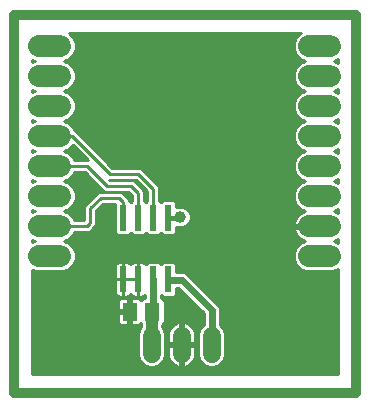
<source format=gbl>
G75*
%MOIN*%
%OFA0B0*%
%FSLAX25Y25*%
%IPPOS*%
%LPD*%
%AMOC8*
5,1,8,0,0,1.08239X$1,22.5*
%
%ADD10C,0.03200*%
%ADD11C,0.07200*%
%ADD12R,0.02362X0.08661*%
%ADD13C,0.06000*%
%ADD14R,0.05118X0.05906*%
%ADD15C,0.01000*%
%ADD16C,0.02400*%
%ADD17C,0.04000*%
%ADD18C,0.03962*%
%ADD19C,0.01600*%
D10*
X0002600Y0002600D02*
X0116773Y0002600D01*
X0116773Y0128584D01*
X0002600Y0128584D01*
X0002600Y0002600D01*
D11*
X0011000Y0048100D02*
X0018200Y0048100D01*
X0018200Y0058100D02*
X0011000Y0058100D01*
X0011000Y0068100D02*
X0018200Y0068100D01*
X0018200Y0078100D02*
X0011000Y0078100D01*
X0011000Y0088100D02*
X0018200Y0088100D01*
X0018200Y0098100D02*
X0011000Y0098100D01*
X0011000Y0108100D02*
X0018200Y0108100D01*
X0018200Y0118100D02*
X0011000Y0118100D01*
X0101000Y0118100D02*
X0108200Y0118100D01*
X0108200Y0108100D02*
X0101000Y0108100D01*
X0101000Y0098100D02*
X0108200Y0098100D01*
X0108200Y0088100D02*
X0101000Y0088100D01*
X0101000Y0078100D02*
X0108200Y0078100D01*
X0108200Y0068100D02*
X0101000Y0068100D01*
X0101000Y0058100D02*
X0108200Y0058100D01*
X0108200Y0048100D02*
X0101000Y0048100D01*
D12*
X0054100Y0040364D03*
X0049100Y0040364D03*
X0044100Y0040364D03*
X0039100Y0040364D03*
X0039100Y0060836D03*
X0044100Y0060836D03*
X0049100Y0060836D03*
X0054100Y0060836D03*
D13*
X0058600Y0021600D02*
X0058600Y0015600D01*
X0068600Y0015600D02*
X0068600Y0021600D01*
X0048600Y0021600D02*
X0048600Y0015600D01*
D14*
X0048840Y0029600D03*
X0041360Y0029600D03*
D15*
X0040860Y0029560D02*
X0008700Y0029560D01*
X0008700Y0030558D02*
X0037301Y0030558D01*
X0037301Y0030100D02*
X0040860Y0030100D01*
X0040860Y0034053D01*
X0038603Y0034053D01*
X0038222Y0033951D01*
X0037880Y0033753D01*
X0037600Y0033474D01*
X0037403Y0033132D01*
X0037301Y0032750D01*
X0037301Y0030100D01*
X0037301Y0029100D02*
X0037301Y0026450D01*
X0037403Y0026068D01*
X0037600Y0025726D01*
X0037880Y0025447D01*
X0038222Y0025249D01*
X0038603Y0025147D01*
X0040860Y0025147D01*
X0040860Y0029100D01*
X0041860Y0029100D01*
X0041860Y0025147D01*
X0044116Y0025147D01*
X0044498Y0025249D01*
X0044840Y0025447D01*
X0045100Y0025707D01*
X0045100Y0024464D01*
X0044785Y0024149D01*
X0044100Y0022495D01*
X0044100Y0014705D01*
X0044785Y0013051D01*
X0046051Y0011785D01*
X0047705Y0011100D01*
X0049495Y0011100D01*
X0051149Y0011785D01*
X0052415Y0013051D01*
X0053100Y0014705D01*
X0053100Y0022495D01*
X0052415Y0024149D01*
X0052100Y0024464D01*
X0052100Y0025227D01*
X0052899Y0026026D01*
X0052899Y0033174D01*
X0052021Y0034053D01*
X0051800Y0034053D01*
X0051800Y0035031D01*
X0052298Y0034533D01*
X0055902Y0034533D01*
X0056781Y0035412D01*
X0056781Y0037400D01*
X0057482Y0037400D01*
X0065900Y0028982D01*
X0065900Y0025264D01*
X0064785Y0024149D01*
X0064100Y0022495D01*
X0064100Y0014705D01*
X0064785Y0013051D01*
X0066051Y0011785D01*
X0067705Y0011100D01*
X0069495Y0011100D01*
X0071149Y0011785D01*
X0072415Y0013051D01*
X0073100Y0014705D01*
X0073100Y0022495D01*
X0072415Y0024149D01*
X0071300Y0025264D01*
X0071300Y0030637D01*
X0070889Y0031629D01*
X0060889Y0041629D01*
X0060129Y0042389D01*
X0059137Y0042800D01*
X0056781Y0042800D01*
X0056781Y0045316D01*
X0055902Y0046194D01*
X0052298Y0046194D01*
X0051600Y0045497D01*
X0050902Y0046194D01*
X0047298Y0046194D01*
X0046568Y0045465D01*
X0046481Y0045616D01*
X0046202Y0045895D01*
X0045860Y0046092D01*
X0045479Y0046194D01*
X0044191Y0046194D01*
X0044191Y0040454D01*
X0044009Y0040454D01*
X0044009Y0040273D01*
X0039191Y0040273D01*
X0039191Y0040454D01*
X0041781Y0040454D01*
X0044009Y0040454D01*
X0044009Y0046194D01*
X0042721Y0046194D01*
X0042340Y0046092D01*
X0041998Y0045895D01*
X0041719Y0045616D01*
X0041600Y0045410D01*
X0041481Y0045616D01*
X0041202Y0045895D01*
X0040860Y0046092D01*
X0040479Y0046194D01*
X0039191Y0046194D01*
X0039191Y0040454D01*
X0039009Y0040454D01*
X0039009Y0040273D01*
X0036419Y0040273D01*
X0036419Y0035836D01*
X0036521Y0035454D01*
X0036719Y0035112D01*
X0036998Y0034833D01*
X0037340Y0034635D01*
X0037721Y0034533D01*
X0039009Y0034533D01*
X0039009Y0040273D01*
X0039191Y0040273D01*
X0039191Y0034533D01*
X0040479Y0034533D01*
X0040860Y0034635D01*
X0041202Y0034833D01*
X0041481Y0035112D01*
X0041600Y0035317D01*
X0041719Y0035112D01*
X0041998Y0034833D01*
X0042340Y0034635D01*
X0042721Y0034533D01*
X0044009Y0034533D01*
X0044009Y0040273D01*
X0044191Y0040273D01*
X0044191Y0034533D01*
X0045479Y0034533D01*
X0045860Y0034635D01*
X0046202Y0034833D01*
X0046400Y0035031D01*
X0046400Y0034053D01*
X0045660Y0034053D01*
X0045100Y0033493D01*
X0044840Y0033753D01*
X0044498Y0033951D01*
X0044116Y0034053D01*
X0041860Y0034053D01*
X0041860Y0030100D01*
X0040860Y0030100D01*
X0040860Y0029100D01*
X0037301Y0029100D01*
X0037301Y0028561D02*
X0008700Y0028561D01*
X0008700Y0027563D02*
X0037301Y0027563D01*
X0037301Y0026564D02*
X0008700Y0026564D01*
X0008700Y0025566D02*
X0037761Y0025566D01*
X0040860Y0025566D02*
X0041860Y0025566D01*
X0041860Y0026564D02*
X0040860Y0026564D01*
X0040860Y0027563D02*
X0041860Y0027563D01*
X0041860Y0028561D02*
X0040860Y0028561D01*
X0040860Y0030558D02*
X0041860Y0030558D01*
X0041860Y0031557D02*
X0040860Y0031557D01*
X0040860Y0032555D02*
X0041860Y0032555D01*
X0041860Y0033554D02*
X0040860Y0033554D01*
X0040551Y0034552D02*
X0042649Y0034552D01*
X0044009Y0034552D02*
X0044191Y0034552D01*
X0044191Y0035551D02*
X0044009Y0035551D01*
X0044009Y0036549D02*
X0044191Y0036549D01*
X0044191Y0037548D02*
X0044009Y0037548D01*
X0044009Y0038546D02*
X0044191Y0038546D01*
X0044191Y0039545D02*
X0044009Y0039545D01*
X0044009Y0040543D02*
X0044191Y0040543D01*
X0044191Y0041542D02*
X0044009Y0041542D01*
X0044009Y0042540D02*
X0044191Y0042540D01*
X0044191Y0043539D02*
X0044009Y0043539D01*
X0044009Y0044537D02*
X0044191Y0044537D01*
X0044191Y0045536D02*
X0044009Y0045536D01*
X0041673Y0045536D02*
X0041527Y0045536D01*
X0039191Y0045536D02*
X0039009Y0045536D01*
X0039009Y0046194D02*
X0037721Y0046194D01*
X0037340Y0046092D01*
X0036998Y0045895D01*
X0036719Y0045616D01*
X0036521Y0045273D01*
X0036419Y0044892D01*
X0036419Y0040454D01*
X0039009Y0040454D01*
X0039009Y0046194D01*
X0039009Y0044537D02*
X0039191Y0044537D01*
X0039191Y0043539D02*
X0039009Y0043539D01*
X0039009Y0042540D02*
X0039191Y0042540D01*
X0039191Y0041542D02*
X0039009Y0041542D01*
X0039009Y0040543D02*
X0039191Y0040543D01*
X0039191Y0039545D02*
X0039009Y0039545D01*
X0039009Y0038546D02*
X0039191Y0038546D01*
X0039191Y0037548D02*
X0039009Y0037548D01*
X0039009Y0036549D02*
X0039191Y0036549D01*
X0039191Y0035551D02*
X0039009Y0035551D01*
X0039009Y0034552D02*
X0039191Y0034552D01*
X0037649Y0034552D02*
X0008700Y0034552D01*
X0008700Y0033554D02*
X0037681Y0033554D01*
X0037301Y0032555D02*
X0008700Y0032555D01*
X0008700Y0031557D02*
X0037301Y0031557D01*
X0036495Y0035551D02*
X0008700Y0035551D01*
X0008700Y0036549D02*
X0036419Y0036549D01*
X0036419Y0037548D02*
X0008700Y0037548D01*
X0008700Y0038546D02*
X0036419Y0038546D01*
X0036419Y0039545D02*
X0008700Y0039545D01*
X0008700Y0040543D02*
X0036419Y0040543D01*
X0036419Y0041542D02*
X0008700Y0041542D01*
X0008700Y0042540D02*
X0036419Y0042540D01*
X0036419Y0043539D02*
X0020516Y0043539D01*
X0021089Y0043776D02*
X0022524Y0045211D01*
X0023300Y0047086D01*
X0023300Y0049114D01*
X0022524Y0050989D01*
X0021089Y0052424D01*
X0019456Y0053100D01*
X0021089Y0053776D01*
X0022524Y0055211D01*
X0022892Y0056100D01*
X0027928Y0056100D01*
X0029100Y0057272D01*
X0030100Y0058272D01*
X0030100Y0063272D01*
X0032428Y0065600D01*
X0036419Y0065600D01*
X0036419Y0055884D01*
X0037298Y0055006D01*
X0040902Y0055006D01*
X0041600Y0055703D01*
X0042298Y0055006D01*
X0045902Y0055006D01*
X0046600Y0055703D01*
X0047298Y0055006D01*
X0050902Y0055006D01*
X0051600Y0055703D01*
X0052298Y0055006D01*
X0055902Y0055006D01*
X0056781Y0055884D01*
X0056781Y0057878D01*
X0057408Y0057619D01*
X0058792Y0057619D01*
X0060072Y0058149D01*
X0061051Y0059128D01*
X0061581Y0060408D01*
X0061581Y0061792D01*
X0061051Y0063072D01*
X0060072Y0064051D01*
X0058792Y0064581D01*
X0057408Y0064581D01*
X0056781Y0064322D01*
X0056781Y0065788D01*
X0055902Y0066667D01*
X0052298Y0066667D01*
X0051600Y0065969D01*
X0051100Y0066469D01*
X0051100Y0071428D01*
X0049928Y0072600D01*
X0044928Y0077600D01*
X0035428Y0077600D01*
X0022928Y0090100D01*
X0022892Y0090100D01*
X0022524Y0090989D01*
X0021089Y0092424D01*
X0019456Y0093100D01*
X0021089Y0093776D01*
X0022524Y0095211D01*
X0023300Y0097086D01*
X0023300Y0099114D01*
X0022524Y0100989D01*
X0021089Y0102424D01*
X0019456Y0103100D01*
X0021089Y0103776D01*
X0022524Y0105211D01*
X0023300Y0107086D01*
X0023300Y0109114D01*
X0022524Y0110989D01*
X0021089Y0112424D01*
X0019456Y0113100D01*
X0021089Y0113776D01*
X0022524Y0115211D01*
X0023300Y0117086D01*
X0023300Y0119114D01*
X0022524Y0120989D01*
X0021089Y0122424D01*
X0020942Y0122484D01*
X0098258Y0122484D01*
X0098111Y0122424D01*
X0096676Y0120989D01*
X0095900Y0119114D01*
X0095900Y0117086D01*
X0096676Y0115211D01*
X0098111Y0113776D01*
X0099744Y0113100D01*
X0098111Y0112424D01*
X0096676Y0110989D01*
X0095900Y0109114D01*
X0095900Y0107086D01*
X0096676Y0105211D01*
X0098111Y0103776D01*
X0099744Y0103100D01*
X0098111Y0102424D01*
X0096676Y0100989D01*
X0095900Y0099114D01*
X0095900Y0097086D01*
X0096676Y0095211D01*
X0098111Y0093776D01*
X0099744Y0093100D01*
X0098111Y0092424D01*
X0096676Y0090989D01*
X0095900Y0089114D01*
X0095900Y0087086D01*
X0096676Y0085211D01*
X0098111Y0083776D01*
X0099744Y0083100D01*
X0098111Y0082424D01*
X0096676Y0080989D01*
X0095900Y0079114D01*
X0095900Y0077086D01*
X0096676Y0075211D01*
X0098111Y0073776D01*
X0099744Y0073100D01*
X0098111Y0072424D01*
X0096676Y0070989D01*
X0095900Y0069114D01*
X0095900Y0067086D01*
X0096676Y0065211D01*
X0098111Y0063776D01*
X0099806Y0063074D01*
X0099806Y0063074D01*
X0099042Y0062826D01*
X0098327Y0062462D01*
X0097678Y0061990D01*
X0097110Y0061422D01*
X0096638Y0060773D01*
X0096274Y0060058D01*
X0096026Y0059294D01*
X0095916Y0058600D01*
X0104100Y0058600D01*
X0104100Y0057600D01*
X0095916Y0057600D01*
X0096026Y0056906D01*
X0096274Y0056142D01*
X0096638Y0055427D01*
X0097110Y0054778D01*
X0097678Y0054210D01*
X0098327Y0053738D01*
X0099042Y0053374D01*
X0099806Y0053126D01*
X0098111Y0052424D01*
X0096676Y0050989D01*
X0095900Y0049114D01*
X0095900Y0047086D01*
X0096676Y0045211D01*
X0098111Y0043776D01*
X0099986Y0043000D01*
X0109214Y0043000D01*
X0110673Y0043604D01*
X0110673Y0008700D01*
X0008700Y0008700D01*
X0008700Y0043533D01*
X0009986Y0043000D01*
X0019214Y0043000D01*
X0021089Y0043776D01*
X0021850Y0044537D02*
X0036419Y0044537D01*
X0036673Y0045536D02*
X0022658Y0045536D01*
X0023072Y0046534D02*
X0096128Y0046534D01*
X0095900Y0047533D02*
X0023300Y0047533D01*
X0023300Y0048532D02*
X0095900Y0048532D01*
X0096072Y0049530D02*
X0023128Y0049530D01*
X0022714Y0050529D02*
X0096486Y0050529D01*
X0097215Y0051527D02*
X0021985Y0051527D01*
X0020843Y0052526D02*
X0098357Y0052526D01*
X0098747Y0053524D02*
X0020480Y0053524D01*
X0021835Y0054523D02*
X0097365Y0054523D01*
X0096590Y0055521D02*
X0056418Y0055521D01*
X0056781Y0056520D02*
X0096151Y0056520D01*
X0095929Y0057518D02*
X0056781Y0057518D01*
X0060440Y0058517D02*
X0104100Y0058517D01*
X0099806Y0053126D02*
X0099806Y0053126D01*
X0096097Y0059515D02*
X0061211Y0059515D01*
X0061581Y0060514D02*
X0096506Y0060514D01*
X0097200Y0061512D02*
X0061581Y0061512D01*
X0061284Y0062511D02*
X0098423Y0062511D01*
X0098756Y0063509D02*
X0060614Y0063509D01*
X0058970Y0064508D02*
X0097380Y0064508D01*
X0096554Y0065506D02*
X0056781Y0065506D01*
X0056781Y0064508D02*
X0057230Y0064508D01*
X0056065Y0066505D02*
X0096141Y0066505D01*
X0095900Y0067503D02*
X0051100Y0067503D01*
X0051100Y0066505D02*
X0052135Y0066505D01*
X0051100Y0068502D02*
X0095900Y0068502D01*
X0096060Y0069500D02*
X0051100Y0069500D01*
X0051100Y0070499D02*
X0096473Y0070499D01*
X0097185Y0071497D02*
X0051031Y0071497D01*
X0050033Y0072496D02*
X0098285Y0072496D01*
X0098792Y0073494D02*
X0049034Y0073494D01*
X0048036Y0074493D02*
X0097395Y0074493D01*
X0096560Y0075491D02*
X0047037Y0075491D01*
X0046039Y0076490D02*
X0096147Y0076490D01*
X0095900Y0077488D02*
X0045040Y0077488D01*
X0044100Y0075600D02*
X0049100Y0070600D01*
X0049100Y0060836D01*
X0046600Y0065969D02*
X0046100Y0066469D01*
X0046100Y0069928D01*
X0043600Y0072428D01*
X0042428Y0073600D01*
X0034428Y0073600D01*
X0043272Y0073600D01*
X0047100Y0069772D01*
X0047100Y0066469D01*
X0046600Y0065969D01*
X0046100Y0066505D02*
X0047100Y0066505D01*
X0047100Y0067503D02*
X0046100Y0067503D01*
X0046100Y0068502D02*
X0047100Y0068502D01*
X0047100Y0069500D02*
X0046100Y0069500D01*
X0046373Y0070499D02*
X0045530Y0070499D01*
X0045374Y0071497D02*
X0044531Y0071497D01*
X0044376Y0072496D02*
X0043533Y0072496D01*
X0043377Y0073494D02*
X0042534Y0073494D01*
X0044100Y0075600D02*
X0034600Y0075600D01*
X0022100Y0088100D01*
X0014600Y0088100D01*
X0009744Y0093100D02*
X0008700Y0092667D01*
X0008700Y0093532D01*
X0009744Y0093100D01*
X0008864Y0093465D02*
X0008700Y0093465D01*
X0008700Y0102667D02*
X0009744Y0103100D01*
X0008700Y0103532D01*
X0008700Y0102667D01*
X0008700Y0103450D02*
X0008900Y0103450D01*
X0008700Y0112667D02*
X0009744Y0113100D01*
X0008700Y0113532D01*
X0008700Y0112667D01*
X0008700Y0113435D02*
X0008936Y0113435D01*
X0020264Y0113435D02*
X0098936Y0113435D01*
X0098142Y0112436D02*
X0021058Y0112436D01*
X0022075Y0111438D02*
X0097125Y0111438D01*
X0096449Y0110439D02*
X0022751Y0110439D01*
X0023165Y0109441D02*
X0096035Y0109441D01*
X0095900Y0108442D02*
X0023300Y0108442D01*
X0023300Y0107444D02*
X0095900Y0107444D01*
X0096165Y0106445D02*
X0023035Y0106445D01*
X0022621Y0105447D02*
X0096579Y0105447D01*
X0097439Y0104448D02*
X0021761Y0104448D01*
X0020300Y0103450D02*
X0098900Y0103450D01*
X0098178Y0102451D02*
X0021022Y0102451D01*
X0022060Y0101453D02*
X0097140Y0101453D01*
X0096455Y0100454D02*
X0022745Y0100454D01*
X0023159Y0099456D02*
X0096041Y0099456D01*
X0095900Y0098457D02*
X0023300Y0098457D01*
X0023300Y0097459D02*
X0095900Y0097459D01*
X0096159Y0096460D02*
X0023041Y0096460D01*
X0022627Y0095462D02*
X0096573Y0095462D01*
X0097424Y0094463D02*
X0021776Y0094463D01*
X0020336Y0093465D02*
X0098864Y0093465D01*
X0098214Y0092466D02*
X0020986Y0092466D01*
X0022045Y0091468D02*
X0097155Y0091468D01*
X0096461Y0090469D02*
X0022739Y0090469D01*
X0023558Y0089470D02*
X0096047Y0089470D01*
X0095900Y0088472D02*
X0024556Y0088472D01*
X0025555Y0087473D02*
X0095900Y0087473D01*
X0096153Y0086475D02*
X0026553Y0086475D01*
X0027552Y0085476D02*
X0096566Y0085476D01*
X0097410Y0084478D02*
X0028550Y0084478D01*
X0029549Y0083479D02*
X0098828Y0083479D01*
X0098250Y0082481D02*
X0030548Y0082481D01*
X0031546Y0081482D02*
X0097170Y0081482D01*
X0096467Y0080484D02*
X0032545Y0080484D01*
X0033543Y0079485D02*
X0096054Y0079485D01*
X0095900Y0078487D02*
X0034542Y0078487D01*
X0034428Y0073600D02*
X0034428Y0073600D01*
X0033600Y0071600D02*
X0027100Y0078100D01*
X0014600Y0078100D01*
X0009744Y0083100D02*
X0008700Y0082667D01*
X0008700Y0083532D01*
X0009744Y0083100D01*
X0008828Y0083479D02*
X0008700Y0083479D01*
X0008700Y0073533D02*
X0009744Y0073100D01*
X0008700Y0072667D01*
X0008700Y0073533D01*
X0008700Y0073494D02*
X0008792Y0073494D01*
X0008700Y0063533D02*
X0009744Y0063100D01*
X0008700Y0062667D01*
X0008700Y0063533D01*
X0008700Y0063509D02*
X0008756Y0063509D01*
X0014600Y0058100D02*
X0027100Y0058100D01*
X0028100Y0059100D01*
X0028100Y0064100D01*
X0031600Y0067600D01*
X0037600Y0067600D01*
X0039100Y0066100D01*
X0039100Y0060836D01*
X0036419Y0060514D02*
X0030100Y0060514D01*
X0030100Y0061512D02*
X0036419Y0061512D01*
X0036419Y0062511D02*
X0030100Y0062511D01*
X0030338Y0063509D02*
X0036419Y0063509D01*
X0036419Y0064508D02*
X0031336Y0064508D01*
X0032335Y0065506D02*
X0036419Y0065506D01*
X0039527Y0068502D02*
X0041870Y0068502D01*
X0042100Y0068272D02*
X0042100Y0066469D01*
X0041600Y0065969D01*
X0041100Y0066469D01*
X0041100Y0066928D01*
X0039600Y0068428D01*
X0038428Y0069600D01*
X0030772Y0069600D01*
X0027272Y0066100D01*
X0026100Y0064928D01*
X0026100Y0060100D01*
X0022892Y0060100D01*
X0022524Y0060989D01*
X0021089Y0062424D01*
X0019456Y0063100D01*
X0021089Y0063776D01*
X0022524Y0065211D01*
X0023300Y0067086D01*
X0023300Y0069114D01*
X0022524Y0070989D01*
X0021089Y0072424D01*
X0019456Y0073100D01*
X0021089Y0073776D01*
X0022524Y0075211D01*
X0022892Y0076100D01*
X0026272Y0076100D01*
X0032772Y0069600D01*
X0040772Y0069600D01*
X0042100Y0068272D01*
X0042100Y0067503D02*
X0040525Y0067503D01*
X0041100Y0066505D02*
X0042100Y0066505D01*
X0040871Y0069500D02*
X0038528Y0069500D01*
X0041600Y0071600D02*
X0033600Y0071600D01*
X0031873Y0070499D02*
X0022727Y0070499D01*
X0023140Y0069500D02*
X0030672Y0069500D01*
X0029673Y0068502D02*
X0023300Y0068502D01*
X0023300Y0067503D02*
X0028675Y0067503D01*
X0027676Y0066505D02*
X0023059Y0066505D01*
X0022646Y0065506D02*
X0026678Y0065506D01*
X0026100Y0064508D02*
X0021820Y0064508D01*
X0020444Y0063509D02*
X0026100Y0063509D01*
X0026100Y0062511D02*
X0020879Y0062511D01*
X0022000Y0061512D02*
X0026100Y0061512D01*
X0026100Y0060514D02*
X0022720Y0060514D01*
X0022652Y0055521D02*
X0036782Y0055521D01*
X0036419Y0056520D02*
X0028348Y0056520D01*
X0029347Y0057518D02*
X0036419Y0057518D01*
X0036419Y0058517D02*
X0030100Y0058517D01*
X0030100Y0059515D02*
X0036419Y0059515D01*
X0041418Y0055521D02*
X0041782Y0055521D01*
X0046418Y0055521D02*
X0046782Y0055521D01*
X0051418Y0055521D02*
X0051782Y0055521D01*
X0044100Y0060836D02*
X0044100Y0069100D01*
X0041600Y0071600D01*
X0030874Y0071497D02*
X0022015Y0071497D01*
X0020915Y0072496D02*
X0029876Y0072496D01*
X0028877Y0073494D02*
X0020408Y0073494D01*
X0021805Y0074493D02*
X0027879Y0074493D01*
X0026880Y0075491D02*
X0022640Y0075491D01*
X0022892Y0080100D02*
X0022524Y0080989D01*
X0021089Y0082424D01*
X0019456Y0083100D01*
X0021089Y0083776D01*
X0022342Y0085030D01*
X0027272Y0080100D01*
X0022892Y0080100D01*
X0022733Y0080484D02*
X0026888Y0080484D01*
X0025889Y0081482D02*
X0022030Y0081482D01*
X0020950Y0082481D02*
X0024891Y0082481D01*
X0023892Y0083479D02*
X0020372Y0083479D01*
X0021790Y0084478D02*
X0022894Y0084478D01*
X0021746Y0114433D02*
X0097454Y0114433D01*
X0096585Y0115432D02*
X0022615Y0115432D01*
X0023029Y0116430D02*
X0096171Y0116430D01*
X0095900Y0117429D02*
X0023300Y0117429D01*
X0023300Y0118427D02*
X0095900Y0118427D01*
X0096029Y0119426D02*
X0023171Y0119426D01*
X0022757Y0120424D02*
X0096443Y0120424D01*
X0097110Y0121423D02*
X0022090Y0121423D01*
X0021091Y0122421D02*
X0098109Y0122421D01*
X0109456Y0113100D02*
X0110673Y0113604D01*
X0110673Y0112596D01*
X0109456Y0113100D01*
X0110264Y0113435D02*
X0110673Y0113435D01*
X0110673Y0103604D02*
X0109456Y0103100D01*
X0110673Y0102596D01*
X0110673Y0103604D01*
X0110673Y0103450D02*
X0110300Y0103450D01*
X0110673Y0093604D02*
X0110673Y0092596D01*
X0109456Y0093100D01*
X0110673Y0093604D01*
X0110673Y0093465D02*
X0110336Y0093465D01*
X0110673Y0083604D02*
X0109456Y0083100D01*
X0110673Y0082596D01*
X0110673Y0083604D01*
X0110673Y0083479D02*
X0110372Y0083479D01*
X0110673Y0073604D02*
X0110673Y0072596D01*
X0109456Y0073100D01*
X0110673Y0073604D01*
X0110673Y0073494D02*
X0110408Y0073494D01*
X0110673Y0063604D02*
X0109394Y0063074D01*
X0109394Y0063074D01*
X0110158Y0062826D01*
X0110673Y0062564D01*
X0110673Y0063604D01*
X0110673Y0063509D02*
X0110444Y0063509D01*
X0110673Y0053636D02*
X0110673Y0052596D01*
X0109394Y0053126D01*
X0109394Y0053126D01*
X0110158Y0053374D01*
X0110673Y0053636D01*
X0110673Y0053524D02*
X0110453Y0053524D01*
X0110516Y0043539D02*
X0110673Y0043539D01*
X0110673Y0042540D02*
X0059764Y0042540D01*
X0060976Y0041542D02*
X0110673Y0041542D01*
X0110673Y0040543D02*
X0061975Y0040543D01*
X0062973Y0039545D02*
X0110673Y0039545D01*
X0110673Y0038546D02*
X0063972Y0038546D01*
X0064970Y0037548D02*
X0110673Y0037548D01*
X0110673Y0036549D02*
X0065969Y0036549D01*
X0066967Y0035551D02*
X0110673Y0035551D01*
X0110673Y0034552D02*
X0067966Y0034552D01*
X0068965Y0033554D02*
X0110673Y0033554D01*
X0110673Y0032555D02*
X0069963Y0032555D01*
X0070919Y0031557D02*
X0110673Y0031557D01*
X0110673Y0030558D02*
X0071300Y0030558D01*
X0071300Y0029560D02*
X0110673Y0029560D01*
X0110673Y0028561D02*
X0071300Y0028561D01*
X0071300Y0027563D02*
X0110673Y0027563D01*
X0110673Y0026564D02*
X0071300Y0026564D01*
X0071300Y0025566D02*
X0110673Y0025566D01*
X0110673Y0024567D02*
X0071997Y0024567D01*
X0072655Y0023569D02*
X0110673Y0023569D01*
X0110673Y0022570D02*
X0073069Y0022570D01*
X0073100Y0021572D02*
X0110673Y0021572D01*
X0110673Y0020573D02*
X0073100Y0020573D01*
X0073100Y0019575D02*
X0110673Y0019575D01*
X0110673Y0018576D02*
X0073100Y0018576D01*
X0073100Y0017578D02*
X0110673Y0017578D01*
X0110673Y0016579D02*
X0073100Y0016579D01*
X0073100Y0015581D02*
X0110673Y0015581D01*
X0110673Y0014582D02*
X0073049Y0014582D01*
X0072636Y0013584D02*
X0110673Y0013584D01*
X0110673Y0012585D02*
X0071949Y0012585D01*
X0070670Y0011587D02*
X0110673Y0011587D01*
X0110673Y0010588D02*
X0008700Y0010588D01*
X0008700Y0009590D02*
X0110673Y0009590D01*
X0098684Y0043539D02*
X0056781Y0043539D01*
X0056781Y0044537D02*
X0097350Y0044537D01*
X0096542Y0045536D02*
X0056561Y0045536D01*
X0051639Y0045536D02*
X0051561Y0045536D01*
X0046639Y0045536D02*
X0046527Y0045536D01*
X0046400Y0034552D02*
X0045551Y0034552D01*
X0045161Y0033554D02*
X0045039Y0033554D01*
X0051800Y0034552D02*
X0052278Y0034552D01*
X0052519Y0033554D02*
X0061328Y0033554D01*
X0062326Y0032555D02*
X0052899Y0032555D01*
X0052899Y0031557D02*
X0063325Y0031557D01*
X0064323Y0030558D02*
X0052899Y0030558D01*
X0052899Y0029560D02*
X0065322Y0029560D01*
X0065900Y0028561D02*
X0052899Y0028561D01*
X0052899Y0027563D02*
X0065900Y0027563D01*
X0065900Y0026564D02*
X0052899Y0026564D01*
X0052439Y0025566D02*
X0056471Y0025566D01*
X0056241Y0025449D02*
X0055668Y0025032D01*
X0055168Y0024532D01*
X0054751Y0023959D01*
X0054430Y0023327D01*
X0054211Y0022654D01*
X0054100Y0021954D01*
X0054100Y0019100D01*
X0058100Y0019100D01*
X0058100Y0026077D01*
X0057546Y0025989D01*
X0056873Y0025770D01*
X0056241Y0025449D01*
X0055203Y0024567D02*
X0052100Y0024567D01*
X0052655Y0023569D02*
X0054553Y0023569D01*
X0054198Y0022570D02*
X0053069Y0022570D01*
X0053100Y0021572D02*
X0054100Y0021572D01*
X0054100Y0020573D02*
X0053100Y0020573D01*
X0053100Y0019575D02*
X0054100Y0019575D01*
X0053100Y0018576D02*
X0058100Y0018576D01*
X0058100Y0018100D02*
X0058100Y0019100D01*
X0059100Y0019100D01*
X0059100Y0026077D01*
X0059654Y0025989D01*
X0060327Y0025770D01*
X0060959Y0025449D01*
X0061532Y0025032D01*
X0062032Y0024532D01*
X0062449Y0023959D01*
X0062770Y0023327D01*
X0062989Y0022654D01*
X0063100Y0021954D01*
X0063100Y0019100D01*
X0059100Y0019100D01*
X0059100Y0018100D01*
X0063100Y0018100D01*
X0063100Y0015246D01*
X0062989Y0014546D01*
X0062770Y0013873D01*
X0062449Y0013241D01*
X0062032Y0012668D01*
X0061532Y0012168D01*
X0060959Y0011751D01*
X0060327Y0011430D01*
X0059654Y0011211D01*
X0059100Y0011123D01*
X0059100Y0018100D01*
X0058100Y0018100D01*
X0054100Y0018100D01*
X0054100Y0015246D01*
X0054211Y0014546D01*
X0054430Y0013873D01*
X0054751Y0013241D01*
X0055168Y0012668D01*
X0055668Y0012168D01*
X0056241Y0011751D01*
X0056873Y0011430D01*
X0057546Y0011211D01*
X0058100Y0011123D01*
X0058100Y0018100D01*
X0058100Y0017578D02*
X0059100Y0017578D01*
X0059100Y0018576D02*
X0064100Y0018576D01*
X0064100Y0017578D02*
X0063100Y0017578D01*
X0063100Y0016579D02*
X0064100Y0016579D01*
X0064100Y0015581D02*
X0063100Y0015581D01*
X0062995Y0014582D02*
X0064151Y0014582D01*
X0064564Y0013584D02*
X0062623Y0013584D01*
X0061949Y0012585D02*
X0065251Y0012585D01*
X0066530Y0011587D02*
X0060635Y0011587D01*
X0059100Y0011587D02*
X0058100Y0011587D01*
X0058100Y0012585D02*
X0059100Y0012585D01*
X0059100Y0013584D02*
X0058100Y0013584D01*
X0058100Y0014582D02*
X0059100Y0014582D01*
X0059100Y0015581D02*
X0058100Y0015581D01*
X0058100Y0016579D02*
X0059100Y0016579D01*
X0059100Y0019575D02*
X0058100Y0019575D01*
X0058100Y0020573D02*
X0059100Y0020573D01*
X0059100Y0021572D02*
X0058100Y0021572D01*
X0058100Y0022570D02*
X0059100Y0022570D01*
X0059100Y0023569D02*
X0058100Y0023569D01*
X0058100Y0024567D02*
X0059100Y0024567D01*
X0059100Y0025566D02*
X0058100Y0025566D01*
X0060729Y0025566D02*
X0065900Y0025566D01*
X0065203Y0024567D02*
X0061997Y0024567D01*
X0062647Y0023569D02*
X0064545Y0023569D01*
X0064131Y0022570D02*
X0063002Y0022570D01*
X0063100Y0021572D02*
X0064100Y0021572D01*
X0064100Y0020573D02*
X0063100Y0020573D01*
X0063100Y0019575D02*
X0064100Y0019575D01*
X0056565Y0011587D02*
X0050670Y0011587D01*
X0051949Y0012585D02*
X0055251Y0012585D01*
X0054577Y0013584D02*
X0052636Y0013584D01*
X0053049Y0014582D02*
X0054205Y0014582D01*
X0054100Y0015581D02*
X0053100Y0015581D01*
X0053100Y0016579D02*
X0054100Y0016579D01*
X0054100Y0017578D02*
X0053100Y0017578D01*
X0046530Y0011587D02*
X0008700Y0011587D01*
X0008700Y0012585D02*
X0045251Y0012585D01*
X0044564Y0013584D02*
X0008700Y0013584D01*
X0008700Y0014582D02*
X0044151Y0014582D01*
X0044100Y0015581D02*
X0008700Y0015581D01*
X0008700Y0016579D02*
X0044100Y0016579D01*
X0044100Y0017578D02*
X0008700Y0017578D01*
X0008700Y0018576D02*
X0044100Y0018576D01*
X0044100Y0019575D02*
X0008700Y0019575D01*
X0008700Y0020573D02*
X0044100Y0020573D01*
X0044100Y0021572D02*
X0008700Y0021572D01*
X0008700Y0022570D02*
X0044131Y0022570D01*
X0044545Y0023569D02*
X0008700Y0023569D01*
X0008700Y0024567D02*
X0045100Y0024567D01*
X0045100Y0025566D02*
X0044959Y0025566D01*
X0045100Y0025707D02*
X0045100Y0025707D01*
X0055922Y0034552D02*
X0060329Y0034552D01*
X0059331Y0035551D02*
X0056781Y0035551D01*
X0056781Y0036549D02*
X0058332Y0036549D01*
X0009744Y0053100D02*
X0008700Y0052667D01*
X0008700Y0053533D01*
X0009744Y0053100D01*
X0008720Y0053524D02*
X0008700Y0053524D01*
D16*
X0048840Y0029600D02*
X0049100Y0029860D01*
X0049100Y0040364D01*
X0054100Y0040364D02*
X0054364Y0040100D01*
X0058600Y0040100D01*
X0068600Y0030100D01*
X0068600Y0018600D01*
D17*
X0048600Y0018600D02*
X0048600Y0029360D01*
X0048840Y0029600D01*
D18*
X0057600Y0029600D03*
X0060600Y0045100D03*
X0058100Y0061100D03*
X0082600Y0049600D03*
X0086100Y0067600D03*
X0078100Y0024600D03*
X0035100Y0019600D03*
X0033100Y0030100D03*
X0033100Y0039100D03*
D19*
X0054100Y0060836D02*
X0057836Y0060836D01*
X0058100Y0061100D01*
M02*

</source>
